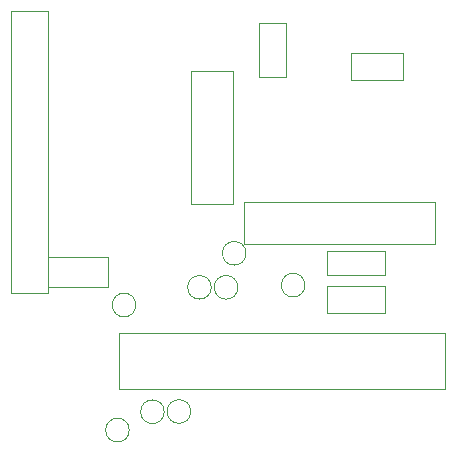
<source format=gbr>
%TF.GenerationSoftware,KiCad,Pcbnew,9.0.0*%
%TF.CreationDate,2025-05-12T14:44:43+01:00*%
%TF.ProjectId,KiCAD_uPicomac3_2,4b694341-445f-4755-9069-636f6d616333,rev?*%
%TF.SameCoordinates,Original*%
%TF.FileFunction,Other,User*%
%FSLAX46Y46*%
G04 Gerber Fmt 4.6, Leading zero omitted, Abs format (unit mm)*
G04 Created by KiCad (PCBNEW 9.0.0) date 2025-05-12 14:44:43*
%MOMM*%
%LPD*%
G01*
G04 APERTURE LIST*
%ADD10C,0.050000*%
G04 APERTURE END LIST*
D10*
%TO.C,J1*%
X137654258Y-81011131D02*
X110054258Y-81011131D01*
X137654258Y-76211131D02*
X137654258Y-81011131D01*
X110054258Y-81011131D02*
X110054258Y-76211131D01*
X110054258Y-76211131D02*
X137654258Y-76211131D01*
%TO.C,tp1*%
X110940888Y-84474133D02*
G75*
G02*
X108940888Y-84474133I-1000000J0D01*
G01*
X108940888Y-84474133D02*
G75*
G02*
X110940888Y-84474133I1000000J0D01*
G01*
%TO.C,J6*%
X116205000Y-54090000D02*
X119755000Y-54090000D01*
X116205000Y-65290000D02*
X116205000Y-54090000D01*
X119755000Y-54090000D02*
X119755000Y-65290000D01*
X119755000Y-65290000D02*
X116205000Y-65290000D01*
%TO.C,C1*%
X127663279Y-69275603D02*
X132623279Y-69275603D01*
X127663279Y-71375603D02*
X127663279Y-69275603D01*
X132623279Y-69275603D02*
X132623279Y-71375603D01*
X132623279Y-71375603D02*
X127663279Y-71375603D01*
%TO.C,C2*%
X127668279Y-72290603D02*
X132628279Y-72290603D01*
X127668279Y-74590603D02*
X127668279Y-72290603D01*
X132628279Y-72290603D02*
X132628279Y-74590603D01*
X132628279Y-74590603D02*
X127668279Y-74590603D01*
%TO.C,tp6*%
X117880370Y-72385168D02*
G75*
G02*
X115880370Y-72385168I-1000000J0D01*
G01*
X115880370Y-72385168D02*
G75*
G02*
X117880370Y-72385168I1000000J0D01*
G01*
%TO.C,J2*%
X120616803Y-65154054D02*
X136866803Y-65154054D01*
X120616803Y-68704054D02*
X120616803Y-65154054D01*
X136866803Y-65154054D02*
X136866803Y-68704054D01*
X136866803Y-68704054D02*
X120616803Y-68704054D01*
%TO.C,J3*%
X100940000Y-49000000D02*
X104024778Y-49003193D01*
X100940000Y-72900000D02*
X100940000Y-49000000D01*
X104024602Y-72893902D02*
X100940000Y-72894770D01*
X104024778Y-49005289D02*
X104024779Y-72894269D01*
%TO.C,tp8*%
X120822522Y-69500745D02*
G75*
G02*
X118822522Y-69500745I-1000000J0D01*
G01*
X118822522Y-69500745D02*
G75*
G02*
X120822522Y-69500745I1000000J0D01*
G01*
%TO.C,D1*%
X129750000Y-52560000D02*
X129750000Y-54860000D01*
X129750000Y-52560000D02*
X134150000Y-52560000D01*
X134150000Y-52560000D02*
X134150000Y-54860000D01*
X134150000Y-54860000D02*
X129750000Y-54860000D01*
%TO.C,tp7*%
X113900000Y-82920000D02*
G75*
G02*
X111900000Y-82920000I-1000000J0D01*
G01*
X111900000Y-82920000D02*
G75*
G02*
X113900000Y-82920000I1000000J0D01*
G01*
%TO.C,tp5*%
X116146730Y-82900163D02*
G75*
G02*
X114146730Y-82900163I-1000000J0D01*
G01*
X114146730Y-82900163D02*
G75*
G02*
X116146730Y-82900163I1000000J0D01*
G01*
%TO.C,tp4*%
X120131865Y-72385168D02*
G75*
G02*
X118131865Y-72385168I-1000000J0D01*
G01*
X118131865Y-72385168D02*
G75*
G02*
X120131865Y-72385168I1000000J0D01*
G01*
%TO.C,J4*%
X104035943Y-72324849D02*
X104038965Y-69802243D01*
X104038965Y-69802243D02*
X109145401Y-69800533D01*
X109145401Y-69800533D02*
X109151179Y-72330742D01*
X109151179Y-72330742D02*
X104035941Y-72326670D01*
%TO.C,tp3*%
X111496622Y-73883910D02*
G75*
G02*
X109496622Y-73883910I-1000000J0D01*
G01*
X109496622Y-73883910D02*
G75*
G02*
X111496622Y-73883910I1000000J0D01*
G01*
%TO.C,tp2*%
X125811187Y-72201792D02*
G75*
G02*
X123811187Y-72201792I-1000000J0D01*
G01*
X123811187Y-72201792D02*
G75*
G02*
X125811187Y-72201792I1000000J0D01*
G01*
%TO.C,R1*%
X121940000Y-49998774D02*
X124180000Y-49998774D01*
X121940000Y-54558774D02*
X121940000Y-49998774D01*
X124180000Y-49998774D02*
X124180000Y-54558774D01*
X124180000Y-54558774D02*
X121940000Y-54558774D01*
%TD*%
M02*

</source>
